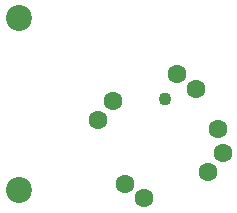
<source format=gbs>
%TF.GenerationSoftware,KiCad,Pcbnew,7.0.5*%
%TF.CreationDate,2023-06-18T14:48:44+02:00*%
%TF.ProjectId,LH_RKJXM1015004_thumb,4c485f52-4b4a-4584-9d31-303135303034,rev?*%
%TF.SameCoordinates,Original*%
%TF.FileFunction,Soldermask,Bot*%
%TF.FilePolarity,Negative*%
%FSLAX46Y46*%
G04 Gerber Fmt 4.6, Leading zero omitted, Abs format (unit mm)*
G04 Created by KiCad (PCBNEW 7.0.5) date 2023-06-18 14:48:44*
%MOMM*%
%LPD*%
G01*
G04 APERTURE LIST*
%ADD10C,2.200000*%
%ADD11C,1.100000*%
%ADD12C,1.600000*%
G04 APERTURE END LIST*
D10*
X64000000Y-43000000D03*
X64000000Y-28500000D03*
D11*
X76388948Y-35361733D03*
D12*
X80908109Y-37849641D03*
X81259342Y-39900649D03*
X74599351Y-43759342D03*
X70740658Y-37099351D03*
X77400649Y-33240658D03*
X72966385Y-42537286D03*
X71962714Y-35466385D03*
X79033615Y-34462714D03*
X80037286Y-41533615D03*
M02*

</source>
